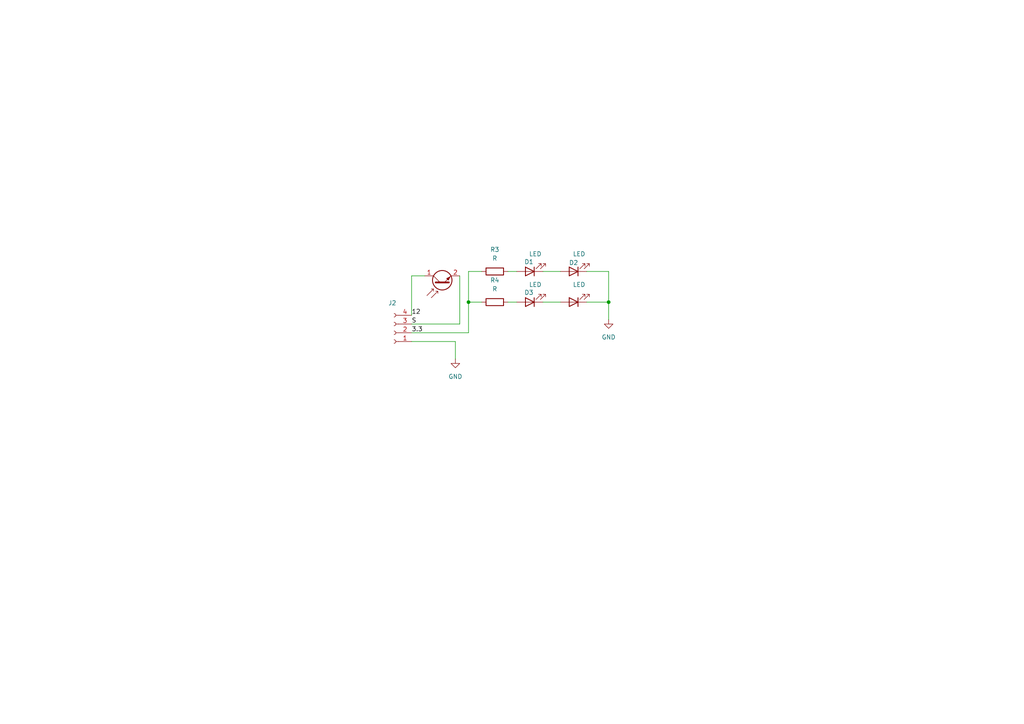
<source format=kicad_sch>
(kicad_sch (version 20250114) (generator "eeschema") (generator_version "9.0")
  (paper "A4")
  (lib_symbols
    (symbol "Connector:Conn_01x04_Socket" (pin_names (offset 1.016) (hide yes))
      (property "Reference" "J" (at 0 5.08 0))
      (property "Value" "Conn_01x04_Socket" (at 0 -7.62 0))
      (symbol "Conn_01x04_Socket_1_1"
        (polyline (pts (xy -1.27 2.54) (xy -0.508 2.54)) (stroke (width 0.1524)))
        (polyline (pts (xy -1.27 0) (xy -0.508 0)) (stroke (width 0.1524)))
        (polyline (pts (xy -1.27 -2.54) (xy -0.508 -2.54)) (stroke (width 0.1524)))
        (polyline (pts (xy -1.27 -5.08) (xy -0.508 -5.08)) (stroke (width 0.1524)))
        (arc (start 0 2.032) (mid -0.5058 2.54) (end 0 3.048) (stroke (width 0.1524)))
        (arc (start 0 -0.508) (mid -0.5058 0) (end 0 0.508) (stroke (width 0.1524)))
        (arc (start 0 -3.048) (mid -0.5058 -2.54) (end 0 -2.032) (stroke (width 0.1524)))
        (arc (start 0 -5.588) (mid -0.5058 -5.08) (end 0 -4.572) (stroke (width 0.1524)))
        (pin passive line (at -5.08 2.54 0) (length 3.81) (name "Pin_1") (number "1"))
        (pin passive line (at -5.08 0 0) (length 3.81) (name "Pin_2") (number "2"))
        (pin passive line (at -5.08 -2.54 0) (length 3.81) (name "Pin_3") (number "3"))
        (pin passive line (at -5.08 -5.08 0) (length 3.81) (name "Pin_4") (number "4"))
      )
    )
    (symbol "Device:LED" (pin_numbers (hide yes)) (pin_names (offset 1.016) (hide yes))
      (property "Reference" "D" (at 0 2.54 0))
      (property "Value" "LED" (at 0 -2.54 0))
      (symbol "LED_0_1"
        (polyline (pts (xy -3.048 -0.762) (xy -4.572 -2.286) (xy -3.81 -2.286) (xy -4.572 -2.286) (xy -4.572 -1.524)))
        (polyline (pts (xy -1.778 -0.762) (xy -3.302 -2.286) (xy -2.54 -2.286) (xy -3.302 -2.286) (xy -3.302 -1.524)))
        (polyline (pts (xy -1.27 0) (xy 1.27 0)))
        (polyline (pts (xy -1.27 -1.27) (xy -1.27 1.27)) (stroke (width 0.254)))
        (polyline (pts (xy 1.27 -1.27) (xy 1.27 1.27) (xy -1.27 0) (xy 1.27 -1.27)) (stroke (width 0.254)))
      )
      (symbol "LED_1_1"
        (pin passive line (at -3.81 0 0) (length 2.54) (name "K") (number "1"))
        (pin passive line (at 3.81 0 180) (length 2.54) (name "A") (number "2"))
      )
    )
    (symbol "Device:Q_Photo_NPN" (pin_names (offset 0) (hide yes))
      (property "Reference" "Q" (at 5.08 1.27 0))
      (property "Value" "Q_Photo_NPN" (at 5.08 -1.27 0))
      (symbol "Q_Photo_NPN_0_1"
        (polyline (pts (xy -3.81 3.175) (xy -1.905 1.27) (xy -1.905 1.905)))
        (polyline (pts (xy -3.175 4.445) (xy -1.27 2.54) (xy -1.27 3.175)))
        (polyline (pts (xy -1.905 1.27) (xy -2.54 1.27)))
        (polyline (pts (xy -1.27 2.54) (xy -1.905 2.54)))
        (polyline (pts (xy 0.635 1.905) (xy 0.635 -1.905) (xy 0.635 -1.905)) (stroke (width 0.508)))
        (polyline (pts (xy 0.635 0.635) (xy 2.54 2.54)))
        (polyline (pts (xy 0.635 -0.635) (xy 2.54 -2.54) (xy 2.54 -2.54)))
        (circle (center 1.27 0) (radius 2.8194) (stroke (width 0.254)))
        (polyline (pts (xy 1.27 -1.778) (xy 1.778 -1.27) (xy 2.286 -2.286) (xy 1.27 -1.778) (xy 1.27 -1.778)) (fill (type outline)))
      )
      (symbol "Q_Photo_NPN_1_1"
        (pin passive line (at 2.54 5.08 270) (length 2.54) (name "C") (number "1"))
        (pin passive line (at 2.54 -5.08 90) (length 2.54) (name "E") (number "2"))
      )
    )
    (symbol "Device:R" (pin_numbers (hide yes)) (pin_names (offset 0))
      (property "Reference" "R" (at 2.032 0 90))
      (property "Value" "R" (at 0 0 90))
      (symbol "R_0_1"
        (rectangle (start -1.016 -2.54) (end 1.016 2.54) (stroke (width 0.254)))
      )
      (symbol "R_1_1"
        (pin passive line (at 0 3.81 270) (length 1.27) (name "~") (number "1"))
        (pin passive line (at 0 -3.81 90) (length 1.27) (name "~") (number "2"))
      )
    )
    (symbol "power:GND" (power) (pin_numbers (hide yes)) (pin_names (offset 0) (hide yes))
      (property "Value" "GND" (at 0 -3.81 0))
      (symbol "GND_0_1"
        (polyline (pts (xy 0 0) (xy 0 -1.27) (xy 1.27 -1.27) (xy 0 -2.54) (xy -1.27 -1.27) (xy 0 -1.27)))
      )
      (symbol "GND_1_1"
        (pin power_in line (at 0 0 270) (length 0) (name "~") (number "1"))
      )
    )
  )
  (junction (at 176.53 87.63))
  (junction (at 135.89 87.63))
  (wire (pts (xy 135.89 78.74) (xy 135.89 87.63)))
  (wire (pts (xy 119.38 96.52) (xy 135.89 96.52)))
  (wire (pts (xy 157.48 78.74) (xy 162.56 78.74)))
  (wire (pts (xy 157.48 87.63) (xy 162.56 87.63)))
  (wire (pts (xy 119.38 80.01) (xy 123.19 80.01)))
  (wire (pts (xy 135.89 96.52) (xy 135.89 87.63)))
  (wire (pts (xy 135.89 87.63) (xy 139.7 87.63)))
  (wire (pts (xy 119.38 93.98) (xy 133.35 93.98)))
  (wire (pts (xy 176.53 87.63) (xy 176.53 92.71)))
  (wire (pts (xy 170.18 78.74) (xy 176.53 78.74)))
  (wire (pts (xy 119.38 91.44) (xy 119.38 80.01)))
  (wire (pts (xy 170.18 87.63) (xy 176.53 87.63)))
  (wire (pts (xy 132.08 99.06) (xy 132.08 104.14)))
  (wire (pts (xy 147.32 87.63) (xy 149.86 87.63)))
  (wire (pts (xy 147.32 78.74) (xy 149.86 78.74)))
  (wire (pts (xy 119.38 99.06) (xy 132.08 99.06)))
  (wire (pts (xy 133.35 93.98) (xy 133.35 80.01)))
  (wire (pts (xy 176.53 78.74) (xy 176.53 87.63)))
  (wire (pts (xy 139.7 78.74) (xy 135.89 78.74)))
  (label "3.3" (at 119.38 96.52 0))
  (label "S" (at 119.38 93.98 0))
  (label "12" (at 119.38 91.44 0))
  (symbol (lib_id "power:GND") (at 176.53 92.71 0) (unit 1)
    (property "Reference" "#PWR02" (effects (hide yes)))
    (property "Value" "GND" (at 176.53 97.79 0))
    (property "Description" "Power symbol creates a global label with name \"GND\" , ground" (effects (hide yes)))
  )
  (symbol (lib_id "Connector:Conn_01x04_Socket") (at 114.3 96.52 180) (unit 1)
    (property "Reference" "J2" (at 113.792 87.884 0))
    (property "Value" "Conn_01x04_Socket" (effects (hide yes)))
    (property "Footprint" "Connector_PinHeader_2.54mm:PinHeader_1x04_P2.54mm_Vertical" (effects (hide yes)))
    (property "Description" "Generic connector, single row, 01x04, script generated" (effects (hide yes)))
  )
  (symbol (lib_id "Device:LED") (at 153.67 78.74 180) (unit 1)
    (property "Reference" "D1" (at 153.416 75.946 0))
    (property "Value" "LED" (at 155.2575 73.66 0))
    (property "Footprint" "Connector_PinHeader_2.54mm:PinHeader_1x02_P2.54mm_Vertical" (effects (hide yes)))
    (property "Description" "Light emitting diode" (effects (hide yes)))
  )
  (symbol (lib_id "Device:Q_Photo_NPN") (at 128.27 82.55 90) (unit 1)
    (property "Reference" "Q2" (effects (hide yes)))
    (property "Value" "Q_Photo_NPN" (effects (hide yes)))
    (property "Footprint" "Connector_PinHeader_2.54mm:PinHeader_1x02_P2.54mm_Vertical" (effects (hide yes)))
    (property "Description" "NPN phototransistor, collector/emitter" (effects (hide yes)))
  )
  (symbol (lib_id "power:GND") (at 132.08 104.14 0) (unit 1)
    (property "Reference" "#PWR01" (effects (hide yes)))
    (property "Value" "GND" (at 132.08 109.22 0))
    (property "Description" "Power symbol creates a global label with name \"GND\" , ground" (effects (hide yes)))
  )
  (symbol (lib_id "Device:R") (at 143.51 87.63 90) (unit 1)
    (property "Reference" "R4" (at 143.51 81.28 90))
    (property "Value" "R" (at 143.51 83.82 90))
    (property "Footprint" "digikey-footprints:1206" (effects (hide yes)))
    (property "Description" "Resistor" (effects (hide yes)))
  )
  (symbol (lib_id "Device:LED") (at 166.37 78.74 180) (unit 1)
    (property "Reference" "D2" (at 166.37 76.2 0))
    (property "Value" "LED" (at 167.9575 73.66 0))
    (property "Footprint" "Connector_PinHeader_2.54mm:PinHeader_1x02_P2.54mm_Vertical" (effects (hide yes)))
    (property "Description" "Light emitting diode" (effects (hide yes)))
  )
  (symbol (lib_id "Device:LED") (at 166.37 87.63 180) (unit 1)
    (property "Reference" "D4" (effects (hide yes)))
    (property "Value" "LED" (at 167.9575 82.55 0))
    (property "Footprint" "Connector_PinHeader_2.54mm:PinHeader_1x02_P2.54mm_Vertical" (effects (hide yes)))
    (property "Description" "Light emitting diode" (effects (hide yes)))
  )
  (symbol (lib_id "Device:R") (at 143.51 78.74 90) (unit 1)
    (property "Reference" "R3" (at 143.51 72.39 90))
    (property "Value" "R" (at 143.51 74.93 90))
    (property "Footprint" "digikey-footprints:1206" (effects (hide yes)))
    (property "Description" "Resistor" (effects (hide yes)))
  )
  (symbol (lib_id "Device:LED") (at 153.67 87.63 180) (unit 1)
    (property "Reference" "D3" (at 153.416 84.836 0))
    (property "Value" "LED" (at 155.2575 82.55 0))
    (property "Footprint" "Connector_PinHeader_2.54mm:PinHeader_1x02_P2.54mm_Vertical" (effects (hide yes)))
    (property "Description" "Light emitting diode" (effects (hide yes)))
  )
)
</source>
